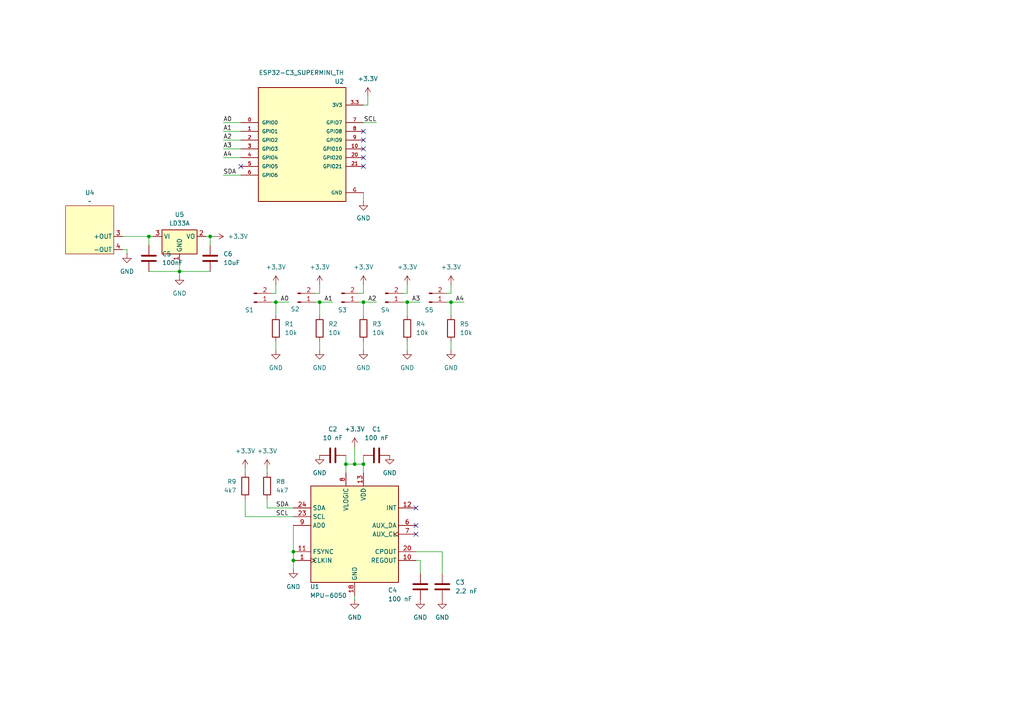
<source format=kicad_sch>
(kicad_sch (version 20250114) (generator "eeschema") (generator_version "9.0")
  (paper "A4")
  (lib_symbols
    (symbol "Connector:Conn_01x02_Pin" (pin_names (offset 1.016) (hide yes))
      (property "Reference" "J" (at 0 2.54 0))
      (property "Value" "Conn_01x02_Pin" (at 0 -5.08 0))
      (symbol "Conn_01x02_Pin_1_1"
        (rectangle (start 0.8636 0.127) (end 0 -0.127) (stroke (width 0.1524)) (fill (type outline)))
        (rectangle (start 0.8636 -2.413) (end 0 -2.667) (stroke (width 0.1524)) (fill (type outline)))
        (polyline (pts (xy 1.27 0) (xy 0.8636 0)) (stroke (width 0.1524)))
        (polyline (pts (xy 1.27 -2.54) (xy 0.8636 -2.54)) (stroke (width 0.1524)))
        (pin passive line (at 5.08 0 180) (length 3.81) (name "Pin_1") (number "1"))
        (pin passive line (at 5.08 -2.54 180) (length 3.81) (name "Pin_2") (number "2"))
      )
    )
    (symbol "Device:C" (pin_numbers (hide yes)) (pin_names (offset 0.254))
      (property "Reference" "C" (at 0.635 2.54 0))
      (property "Value" "C" (at 0.635 -2.54 0))
      (symbol "C_0_1"
        (polyline (pts (xy -2.032 0.762) (xy 2.032 0.762)) (stroke (width 0.508)))
        (polyline (pts (xy -2.032 -0.762) (xy 2.032 -0.762)) (stroke (width 0.508)))
      )
      (symbol "C_1_1"
        (pin passive line (at 0 3.81 270) (length 2.794) (name "~") (number "1"))
        (pin passive line (at 0 -3.81 90) (length 2.794) (name "~") (number "2"))
      )
    )
    (symbol "Device:R" (pin_numbers (hide yes)) (pin_names (offset 0))
      (property "Reference" "R" (at 2.032 0 90))
      (property "Value" "R" (at 0 0 90))
      (symbol "R_0_1"
        (rectangle (start -1.016 -2.54) (end 1.016 2.54) (stroke (width 0.254)))
      )
      (symbol "R_1_1"
        (pin passive line (at 0 3.81 270) (length 1.27) (name "~") (number "1"))
        (pin passive line (at 0 -3.81 90) (length 1.27) (name "~") (number "2"))
      )
    )
    (symbol "ESP32-C3_SUPERMINI_TH:ESP32-C3_SUPERMINI_TH" (pin_names (offset 1.016))
      (property "Reference" "U2" (at -1.2701 16.51 90))
      (property "Value" "ESP32-C3_SUPERMINI_TH" (at 1.2699 16.51 90))
      (symbol "ESP32-C3_SUPERMINI_TH_0_0"
        (rectangle (start -12.7 -17.78) (end 12.7 15.24) (stroke (width 0.254)) (fill (type background)))
        (pin bidirectional line (at -17.78 5.08 0) (length 5.08) (name "GPIO0") (number "0"))
        (pin bidirectional line (at -17.78 2.54 0) (length 5.08) (name "GPIO1") (number "1"))
        (pin bidirectional line (at -17.78 0 0) (length 5.08) (name "GPIO2") (number "2"))
        (pin bidirectional line (at -17.78 -2.54 0) (length 5.08) (name "GPIO3") (number "3"))
        (pin bidirectional line (at -17.78 -5.08 0) (length 5.08) (name "GPIO4") (number "4"))
        (pin bidirectional line (at -17.78 -7.62 0) (length 5.08) (name "GPIO5") (number "5"))
        (pin bidirectional line (at -17.78 -10.16 0) (length 5.08) (name "GPIO6") (number "6"))
        (pin power_in line (at 17.78 10.16 180) (length 5.08) (name "3V3") (number "3.3"))
        (pin bidirectional line (at 17.78 5.08 180) (length 5.08) (name "GPIO7") (number "7"))
        (pin bidirectional line (at 17.78 2.54 180) (length 5.08) (name "GPIO8") (number "8"))
        (pin bidirectional line (at 17.78 0 180) (length 5.08) (name "GPIO9") (number "9"))
        (pin bidirectional line (at 17.78 -2.54 180) (length 5.08) (name "GPIO10") (number "10"))
        (pin bidirectional line (at 17.78 -5.08 180) (length 5.08) (name "GPIO20") (number "20"))
        (pin bidirectional line (at 17.78 -7.62 180) (length 5.08) (name "GPIO21") (number "21"))
        (pin power_in line (at 17.78 -15.24 180) (length 5.08) (name "GND") (number "G"))
      )
    )
    (symbol "Regulator_Linear:LD1117S12TR_SOT223"
      (property "Reference" "U" (at -3.81 3.175 0))
      (property "Value" "LD1117S12TR_SOT223" (at 0 3.175 0))
      (symbol "LD1117S12TR_SOT223_0_1"
        (rectangle (start -5.08 -5.08) (end 5.08 1.905) (stroke (width 0.254)) (fill (type background)))
      )
      (symbol "LD1117S12TR_SOT223_1_1"
        (pin power_in line (at -7.62 0 0) (length 2.54) (name "VI") (number "3"))
        (pin power_in line (at 0 -7.62 90) (length 2.54) (name "GND") (number "1"))
        (pin power_out line (at 7.62 0 180) (length 2.54) (name "VO") (number "2"))
      )
    )
    (symbol "Sensor_Motion:MPU-6050"
      (property "Reference" "U" (at -11.43 13.97 0))
      (property "Value" "MPU-6050" (at 7.62 -15.24 0))
      (symbol "MPU-6050_0_0"
        (text "" (at 12.7 -2.54 0) (effects (font (size 1.27 1.27))))
      )
      (symbol "MPU-6050_0_1"
        (rectangle (start -12.7 13.97) (end 12.7 -13.97) (stroke (width 0.254)) (fill (type background)))
      )
      (symbol "MPU-6050_1_1"
        (pin bidirectional line (at -17.78 7.62 0) (length 5.08) (name "SDA") (number "24"))
        (pin input line (at -17.78 5.08 0) (length 5.08) (name "SCL") (number "23"))
        (pin input line (at -17.78 2.54 0) (length 5.08) (name "AD0") (number "9"))
        (pin input line (at -17.78 -5.08 0) (length 5.08) (name "FSYNC") (number "11"))
        (pin input clock (at -17.78 -7.62 0) (length 5.08) (name "CLKIN") (number "1"))
        (pin no_connect line (at -12.7 12.7 0) (length 2.54) (hide yes) (name "NC") (number "2"))
        (pin no_connect line (at -12.7 10.16 0) (length 2.54) (hide yes) (name "NC") (number "3"))
        (pin no_connect line (at -12.7 0 0) (length 2.54) (hide yes) (name "NC") (number "4"))
        (pin no_connect line (at -12.7 -2.54 0) (length 2.54) (hide yes) (name "NC") (number "5"))
        (pin no_connect line (at -12.7 -10.16 0) (length 2.54) (hide yes) (name "NC") (number "14"))
        (pin power_in line (at -2.54 17.78 270) (length 3.81) (name "VLOGIC") (number "8"))
        (pin power_in line (at 0 -17.78 90) (length 3.81) (name "GND") (number "18"))
        (pin power_in line (at 2.54 17.78 270) (length 3.81) (name "VDD") (number "13"))
        (pin no_connect line (at 12.7 12.7 180) (length 2.54) (hide yes) (name "NC") (number "15"))
        (pin no_connect line (at 12.7 10.16 180) (length 2.54) (hide yes) (name "NC") (number "16"))
        (pin no_connect line (at 12.7 5.08 180) (length 2.54) (hide yes) (name "NC") (number "17"))
        (pin no_connect line (at 12.7 -2.54 180) (length 2.54) (hide yes) (name "RESV") (number "21"))
        (pin no_connect line (at 12.7 -10.16 180) (length 2.54) (hide yes) (name "RESV") (number "19"))
        (pin no_connect line (at 12.7 -12.7 180) (length 2.54) (hide yes) (name "RESV") (number "22"))
        (pin output line (at 17.78 7.62 180) (length 5.08) (name "INT") (number "12"))
        (pin bidirectional line (at 17.78 2.54 180) (length 5.08) (name "AUX_DA") (number "6"))
        (pin output clock (at 17.78 0 180) (length 5.08) (name "AUX_CL") (number "7"))
        (pin passive line (at 17.78 -5.08 180) (length 5.08) (name "CPOUT") (number "20"))
        (pin passive line (at 17.78 -7.62 180) (length 5.08) (name "REGOUT") (number "10"))
      )
    )
    (symbol "SimbolosKiCad_sym:TP4056"
      (property "Reference" "U" (at 2.032 -4.826 0))
      (symbol "TP4056_1_1"
        (rectangle (start -5.08 2.54) (end 8.89 -11.43) (fill (type color) (color 255 255 194 1)))
        (pin power_out line (at -7.62 -6.35 0) (length 2.54) (name "+OUT") (number "3"))
        (pin power_out line (at -7.62 -10.16 0) (length 2.54) (name "-OUT") (number "4"))
      )
    )
    (symbol "power:+3.3V" (power) (pin_numbers (hide yes)) (pin_names (offset 0) (hide yes))
      (property "Value" "+3.3V" (at 0 3.556 0))
      (symbol "+3.3V_0_1"
        (polyline (pts (xy -0.762 1.27) (xy 0 2.54)))
        (polyline (pts (xy 0 2.54) (xy 0.762 1.27)))
        (polyline (pts (xy 0 0) (xy 0 2.54)))
      )
      (symbol "+3.3V_1_1"
        (pin power_in line (at 0 0 90) (length 0) (name "~") (number "1"))
      )
    )
    (symbol "power:GND" (power) (pin_numbers (hide yes)) (pin_names (offset 0) (hide yes))
      (property "Value" "GND" (at 0 -3.81 0))
      (symbol "GND_0_1"
        (polyline (pts (xy 0 0) (xy 0 -1.27) (xy 1.27 -1.27) (xy 0 -2.54) (xy -1.27 -1.27) (xy 0 -1.27)))
      )
      (symbol "GND_1_1"
        (pin power_in line (at 0 0 270) (length 0) (name "~") (number "1"))
      )
    )
  )
  (junction (at 85.09 160.02))
  (junction (at 52.07 78.74))
  (junction (at 80.01 87.63))
  (junction (at 118.11 87.63))
  (junction (at 60.96 68.58))
  (junction (at 85.09 162.56))
  (junction (at 100.33 134.62))
  (junction (at 105.41 87.63))
  (junction (at 102.87 134.62))
  (junction (at 92.71 87.63))
  (junction (at 43.18 68.58))
  (junction (at 105.41 134.62))
  (junction (at 130.81 87.63))
  (no_connect (at 105.41 48.26))
  (no_connect (at 105.41 43.18))
  (no_connect (at 120.65 147.32))
  (no_connect (at 120.65 154.94))
  (no_connect (at 105.41 45.72))
  (no_connect (at 105.41 40.64))
  (no_connect (at 120.65 152.4))
  (no_connect (at 105.41 38.1))
  (no_connect (at 69.85 48.26))
  (wire (pts (xy 102.87 134.62) (xy 105.41 134.62)))
  (wire (pts (xy 71.12 135.89) (xy 71.12 137.16)))
  (wire (pts (xy 77.47 147.32) (xy 85.09 147.32)))
  (wire (pts (xy 102.87 129.54) (xy 102.87 134.62)))
  (wire (pts (xy 85.09 160.02) (xy 85.09 162.56)))
  (wire (pts (xy 120.65 160.02) (xy 128.27 160.02)))
  (wire (pts (xy 44.45 68.58) (xy 43.18 68.58)))
  (wire (pts (xy 118.11 87.63) (xy 116.84 87.63)))
  (wire (pts (xy 105.41 87.63) (xy 105.41 91.44)))
  (wire (pts (xy 105.41 58.42) (xy 105.41 55.88)))
  (wire (pts (xy 43.18 68.58) (xy 43.18 71.12)))
  (wire (pts (xy 77.47 144.78) (xy 77.47 147.32)))
  (wire (pts (xy 118.11 85.09) (xy 118.11 82.55)))
  (wire (pts (xy 121.92 162.56) (xy 121.92 166.37)))
  (wire (pts (xy 52.07 76.2) (xy 52.07 78.74)))
  (wire (pts (xy 91.44 87.63) (xy 92.71 87.63)))
  (wire (pts (xy 130.81 87.63) (xy 130.81 91.44)))
  (wire (pts (xy 64.77 50.8) (xy 69.85 50.8)))
  (wire (pts (xy 62.23 68.58) (xy 60.96 68.58)))
  (wire (pts (xy 80.01 87.63) (xy 83.82 87.63)))
  (wire (pts (xy 64.77 43.18) (xy 69.85 43.18)))
  (wire (pts (xy 64.77 45.72) (xy 69.85 45.72)))
  (wire (pts (xy 64.77 35.56) (xy 69.85 35.56)))
  (wire (pts (xy 130.81 87.63) (xy 134.62 87.63)))
  (wire (pts (xy 64.77 40.64) (xy 69.85 40.64)))
  (wire (pts (xy 120.65 162.56) (xy 121.92 162.56)))
  (wire (pts (xy 64.77 38.1) (xy 69.85 38.1)))
  (wire (pts (xy 118.11 99.06) (xy 118.11 101.6)))
  (wire (pts (xy 92.71 87.63) (xy 92.71 91.44)))
  (wire (pts (xy 105.41 134.62) (xy 105.41 137.16)))
  (wire (pts (xy 35.56 68.58) (xy 43.18 68.58)))
  (wire (pts (xy 52.07 78.74) (xy 60.96 78.74)))
  (wire (pts (xy 60.96 68.58) (xy 60.96 71.12)))
  (wire (pts (xy 52.07 78.74) (xy 52.07 80.01)))
  (wire (pts (xy 129.54 87.63) (xy 130.81 87.63)))
  (wire (pts (xy 71.12 149.86) (xy 85.09 149.86)))
  (wire (pts (xy 105.41 85.09) (xy 105.41 82.55)))
  (wire (pts (xy 105.41 35.56) (xy 109.22 35.56)))
  (wire (pts (xy 80.01 85.09) (xy 78.74 85.09)))
  (wire (pts (xy 100.33 134.62) (xy 102.87 134.62)))
  (wire (pts (xy 105.41 30.48) (xy 106.68 30.48)))
  (wire (pts (xy 118.11 91.44) (xy 118.11 87.63)))
  (wire (pts (xy 91.44 85.09) (xy 92.71 85.09)))
  (wire (pts (xy 80.01 82.55) (xy 80.01 85.09)))
  (wire (pts (xy 116.84 85.09) (xy 118.11 85.09)))
  (wire (pts (xy 128.27 166.37) (xy 128.27 160.02)))
  (wire (pts (xy 106.68 27.94) (xy 106.68 30.48)))
  (wire (pts (xy 92.71 99.06) (xy 92.71 101.6)))
  (wire (pts (xy 71.12 144.78) (xy 71.12 149.86)))
  (wire (pts (xy 104.14 87.63) (xy 105.41 87.63)))
  (wire (pts (xy 104.14 85.09) (xy 105.41 85.09)))
  (wire (pts (xy 85.09 152.4) (xy 85.09 160.02)))
  (wire (pts (xy 92.71 87.63) (xy 96.52 87.63)))
  (wire (pts (xy 36.83 73.66) (xy 36.83 72.39)))
  (wire (pts (xy 105.41 99.06) (xy 105.41 101.6)))
  (wire (pts (xy 130.81 85.09) (xy 130.81 82.55)))
  (wire (pts (xy 102.87 172.72) (xy 102.87 173.99)))
  (wire (pts (xy 43.18 78.74) (xy 52.07 78.74)))
  (wire (pts (xy 100.33 134.62) (xy 100.33 137.16)))
  (wire (pts (xy 105.41 132.08) (xy 105.41 134.62)))
  (wire (pts (xy 92.71 85.09) (xy 92.71 82.55)))
  (wire (pts (xy 129.54 85.09) (xy 130.81 85.09)))
  (wire (pts (xy 80.01 99.06) (xy 80.01 101.6)))
  (wire (pts (xy 100.33 132.08) (xy 100.33 134.62)))
  (wire (pts (xy 60.96 68.58) (xy 59.69 68.58)))
  (wire (pts (xy 80.01 87.63) (xy 80.01 91.44)))
  (wire (pts (xy 130.81 99.06) (xy 130.81 101.6)))
  (wire (pts (xy 105.41 87.63) (xy 109.22 87.63)))
  (wire (pts (xy 118.11 87.63) (xy 121.92 87.63)))
  (wire (pts (xy 85.09 165.1) (xy 85.09 162.56)))
  (wire (pts (xy 77.47 135.89) (xy 77.47 137.16)))
  (wire (pts (xy 78.74 87.63) (xy 80.01 87.63)))
  (wire (pts (xy 36.83 72.39) (xy 35.56 72.39)))
  (label "A2" (at 109.22 87.63 180))
  (label "SCL" (at 109.22 35.56 180))
  (label "SCL" (at 80.01 149.86 0))
  (label "A3" (at 121.92 87.63 180))
  (label "A3" (at 64.77 43.18 0))
  (label "SDA" (at 80.01 147.32 0))
  (label "SDA" (at 64.77 50.8 0))
  (label "A1" (at 96.52 87.63 180))
  (label "A0" (at 83.82 87.63 180))
  (label "A4" (at 134.62 87.63 180))
  (label "A0" (at 64.77 35.56 0))
  (label "A1" (at 64.77 38.1 0))
  (label "A4" (at 64.77 45.72 0))
  (label "A2" (at 64.77 40.64 0))
  (symbol (lib_id "Device:C") (at 128.27 170.18 0) (unit 1)
    (property "Reference" "C3" (at 132.08 168.9099 0) (effects (justify left)))
    (property "Value" "2.2 nF" (at 132.08 171.4499 0) (effects (justify left)))
    (property "Footprint" "Capacitor_SMD:C_0805_2012Metric" (effects (hide yes)))
    (property "Description" "Unpolarized capacitor" (effects (hide yes)))
  )
  (symbol (lib_id "power:GND") (at 102.87 173.99 0) (unit 1)
    (property "Reference" "#PWR05" (effects (hide yes)))
    (property "Value" "GND" (at 102.87 179.07 0))
    (property "Description" "Power symbol creates a global label with name \"GND\" , ground" (effects (hide yes)))
  )
  (symbol (lib_id "Device:R") (at 130.81 95.25 0) (unit 1)
    (property "Reference" "R5" (at 133.35 93.9799 0) (effects (justify left)))
    (property "Value" "10k" (at 133.35 96.5199 0) (effects (justify left)))
    (property "Footprint" "Resistor_SMD:R_0805_2012Metric" (effects (hide yes)))
    (property "Description" "Resistor" (effects (hide yes)))
  )
  (symbol (lib_id "power:GND") (at 105.41 101.6 0) (unit 1)
    (property "Reference" "#PWR024" (effects (hide yes)))
    (property "Value" "GND" (at 105.41 106.68 0))
    (property "Description" "Power symbol creates a global label with name \"GND\" , ground" (effects (hide yes)))
  )
  (symbol (lib_id "power:GND") (at 121.92 173.99 0) (unit 1)
    (property "Reference" "#PWR010" (effects (hide yes)))
    (property "Value" "GND" (at 121.92 179.07 0))
    (property "Description" "Power symbol creates a global label with name \"GND\" , ground" (effects (hide yes)))
  )
  (symbol (lib_id "Device:R") (at 92.71 95.25 0) (unit 1)
    (property "Reference" "R2" (at 95.25 93.9799 0) (effects (justify left)))
    (property "Value" "10k" (at 95.25 96.5199 0) (effects (justify left)))
    (property "Footprint" "Resistor_SMD:R_0805_2012Metric" (effects (hide yes)))
    (property "Description" "Resistor" (effects (hide yes)))
  )
  (symbol (lib_id "Device:R") (at 105.41 95.25 0) (unit 1)
    (property "Reference" "R3" (at 107.95 93.9799 0) (effects (justify left)))
    (property "Value" "10k" (at 107.95 96.5199 0) (effects (justify left)))
    (property "Footprint" "Resistor_SMD:R_0805_2012Metric" (effects (hide yes)))
    (property "Description" "Resistor" (effects (hide yes)))
  )
  (symbol (lib_id "power:+3.3V") (at 102.87 129.54 0) (unit 1)
    (property "Reference" "#PWR014" (effects (hide yes)))
    (property "Value" "+3.3V" (at 102.87 124.46 0))
    (property "Description" "Power symbol creates a global label with name \"+3.3V\"" (effects (hide yes)))
  )
  (symbol (lib_id "Device:R") (at 71.12 140.97 0) (mirror x) (unit 1)
    (property "Reference" "R9" (at 68.58 139.6999 0) (effects (justify right)))
    (property "Value" "4k7" (at 68.58 142.2399 0) (effects (justify right)))
    (property "Footprint" "Resistor_SMD:R_0805_2012Metric" (effects (hide yes)))
    (property "Description" "Resistor" (effects (hide yes)))
  )
  (symbol (lib_id "power:GND") (at 92.71 132.08 0) (unit 1)
    (property "Reference" "#PWR06" (effects (hide yes)))
    (property "Value" "GND" (at 92.71 137.16 0))
    (property "Description" "Power symbol creates a global label with name \"GND\" , ground" (effects (hide yes)))
  )
  (symbol (lib_id "power:GND") (at 92.71 101.6 0) (unit 1)
    (property "Reference" "#PWR023" (effects (hide yes)))
    (property "Value" "GND" (at 92.71 106.68 0))
    (property "Description" "Power symbol creates a global label with name \"GND\" , ground" (effects (hide yes)))
  )
  (symbol (lib_id "Device:C") (at 121.92 170.18 0) (unit 1)
    (property "Reference" "C4" (at 112.522 171.196 0) (effects (justify left)))
    (property "Value" "100 nF" (at 112.522 173.736 0) (effects (justify left)))
    (property "Footprint" "Capacitor_SMD:C_0805_2012Metric" (effects (hide yes)))
    (property "Description" "Unpolarized capacitor" (effects (hide yes)))
  )
  (symbol (lib_id "Device:R") (at 118.11 95.25 0) (unit 1)
    (property "Reference" "R4" (at 120.65 93.9799 0) (effects (justify left)))
    (property "Value" "10k" (at 120.65 96.5199 0) (effects (justify left)))
    (property "Footprint" "Resistor_SMD:R_0805_2012Metric" (effects (hide yes)))
    (property "Description" "Resistor" (effects (hide yes)))
  )
  (symbol (lib_id "Connector:Conn_01x02_Pin") (at 124.46 87.63 0) (mirror x) (unit 1)
    (property "Reference" "S5" (at 124.46 89.916 0))
    (property "Value" "SF 5" (effects (hide yes)))
    (property "Footprint" "Connector_PinHeader_2.54mm:PinHeader_1x02_P2.54mm_Vertical" (effects (hide yes)))
    (property "Description" "Generic connector, single row, 01x02, script generated" (effects (hide yes)))
  )
  (symbol (lib_id "power:GND") (at 36.83 73.66 0) (mirror y) (unit 1)
    (property "Reference" "#PWR011" (effects (hide yes)))
    (property "Value" "GND" (at 36.83 78.74 0))
    (property "Description" "Power symbol creates a global label with name \"GND\" , ground" (effects (hide yes)))
  )
  (symbol (lib_id "power:GND") (at 52.07 80.01 0) (mirror y) (unit 1)
    (property "Reference" "#PWR017" (effects (hide yes)))
    (property "Value" "GND" (at 52.07 85.09 0))
    (property "Description" "Power symbol creates a global label with name \"GND\" , ground" (effects (hide yes)))
  )
  (symbol (lib_id "power:+3.3V") (at 80.01 82.55 0) (unit 1)
    (property "Reference" "#PWR04" (effects (hide yes)))
    (property "Value" "+3.3V" (at 80.01 77.47 0))
    (property "Description" "Power symbol creates a global label with name \"+3.3V\"" (effects (hide yes)))
  )
  (symbol (lib_id "Connector:Conn_01x02_Pin") (at 73.66 87.63 0) (mirror x) (unit 1)
    (property "Reference" "S1" (at 73.66 89.916 0) (effects (justify right)))
    (property "Value" "SF 1" (effects (hide yes)))
    (property "Footprint" "Connector_PinHeader_2.54mm:PinHeader_1x02_P2.54mm_Vertical" (effects (hide yes)))
    (property "Description" "Generic connector, single row, 01x02, script generated" (effects (hide yes)))
  )
  (symbol (lib_id "ESP32-C3_SUPERMINI_TH:ESP32-C3_SUPERMINI_TH") (at 87.63 40.64 0) (unit 1)
    (property "Reference" "U2" (at 99.822 23.622 0) (effects (justify right)))
    (property "Value" "ESP32-C3_SUPERMINI_TH" (at 99.822 21.082 0) (effects (justify right)))
    (property "Footprint" "esp32-huella:MODULE_ESP32-C3_SUPERMINI_TH" (effects (hide yes)))
    (property "MF" "Espressif Systems" (effects (hide yes)))
    (property "Description_1" "\\n                        \\n                            Super tiny ESP32-C3 board\\n                        \\n" (effects (hide yes)))
    (property "CREATOR" "DIZAR" (effects (hide yes)))
    (property "Price" "None" (effects (hide yes)))
    (property "Package" "Package" (effects (hide yes)))
    (property "Check_prices" "https://www.snapeda.com/parts/ESP32-C3%20SuperMini_TH/Espressif+Systems/view-part/?ref=eda" (effects (hide yes)))
    (property "STANDARD" "IPC-7351B" (effects (hide yes)))
    (property "SnapEDA_Link" "https://www.snapeda.com/parts/ESP32-C3%20SuperMini_TH/Espressif+Systems/view-part/?ref=snap" (effects (hide yes)))
    (property "MP" "ESP32-C3 SuperMini_TH" (effects (hide yes)))
    (property "Availability" "Not in stock" (effects (hide yes)))
    (property "MANUFACTURER" "Espressif Systems" (effects (hide yes)))
  )
  (symbol (lib_id "power:+3.3V") (at 62.23 68.58 270) (unit 1)
    (property "Reference" "#PWR018" (effects (hide yes)))
    (property "Value" "+3.3V" (at 66.04 68.5799 90) (effects (justify left)))
    (property "Description" "Power symbol creates a global label with name \"+3.3V\"" (effects (hide yes)))
  )
  (symbol (lib_id "Regulator_Linear:LD1117S12TR_SOT223") (at 52.07 68.58 0) (unit 1)
    (property "Reference" "U5" (at 52.07 62.23 0))
    (property "Value" "LD33A" (at 52.07 64.77 0))
    (property "Footprint" "Package_TO_SOT_SMD:SOT-223-3_TabPin2" (effects (hide yes)))
    (property "Datasheet" "http://www.st.com/st-web-ui/static/active/en/resource/technical/document/datasheet/CD00000544.pdf" (effects (hide yes)))
    (property "Description" "800mA Fixed Low Drop Positive Voltage Regulator, Fixed Output 1.2V, SOT-223" (effects (hide yes)))
  )
  (symbol (lib_id "power:GND") (at 80.01 101.6 0) (unit 1)
    (property "Reference" "#PWR012" (effects (hide yes)))
    (property "Value" "GND" (at 80.01 106.68 0))
    (property "Description" "Power symbol creates a global label with name \"GND\" , ground" (effects (hide yes)))
  )
  (symbol (lib_id "power:GND") (at 128.27 173.99 0) (unit 1)
    (property "Reference" "#PWR02" (effects (hide yes)))
    (property "Value" "GND" (at 128.27 179.07 0))
    (property "Description" "Power symbol creates a global label with name \"GND\" , ground" (effects (hide yes)))
  )
  (symbol (lib_id "Connector:Conn_01x02_Pin") (at 86.36 87.63 0) (mirror x) (unit 1)
    (property "Reference" "S2" (at 85.598 89.662 0))
    (property "Value" "SF 2" (effects (hide yes)))
    (property "Footprint" "Connector_PinHeader_2.54mm:PinHeader_1x02_P2.54mm_Vertical" (effects (hide yes)))
    (property "Description" "Generic connector, single row, 01x02, script generated" (effects (hide yes)))
  )
  (symbol (lib_id "power:+3.3V") (at 106.68 27.94 0) (unit 1)
    (property "Reference" "#PWR01" (effects (hide yes)))
    (property "Value" "+3.3V" (at 106.68 22.86 0))
    (property "Description" "Power symbol creates a global label with name \"+3.3V\"" (effects (hide yes)))
  )
  (symbol (lib_id "SimbolosKiCad_sym:TP4056") (at 27.94 62.23 0) (mirror y) (unit 1)
    (property "Reference" "U4" (at 26.035 55.88 0))
    (property "Value" "~" (at 26.035 58.42 0))
    (property "Footprint" "Footprint KiCad:TP4056_NEW" (effects (hide yes)))
  )
  (symbol (lib_id "power:GND") (at 85.09 165.1 0) (unit 1)
    (property "Reference" "#PWR013" (effects (hide yes)))
    (property "Value" "GND" (at 85.09 170.18 0))
    (property "Description" "Power symbol creates a global label with name \"GND\" , ground" (effects (hide yes)))
  )
  (symbol (lib_id "Device:C") (at 60.96 74.93 0) (unit 1)
    (property "Reference" "C6" (at 64.77 73.6599 0) (effects (justify left)))
    (property "Value" "10uF" (at 64.77 76.1999 0) (effects (justify left)))
    (property "Footprint" "Capacitor_SMD:C_0805_2012Metric" (effects (hide yes)))
    (property "Description" "Unpolarized capacitor" (effects (hide yes)))
  )
  (symbol (lib_id "Device:C") (at 109.22 132.08 90) (unit 1)
    (property "Reference" "C1" (at 109.22 124.46 90))
    (property "Value" "100 nF" (at 109.22 127 90))
    (property "Footprint" "Capacitor_SMD:C_0805_2012Metric" (effects (hide yes)))
    (property "Description" "Unpolarized capacitor" (effects (hide yes)))
  )
  (symbol (lib_id "power:+3.3V") (at 118.11 82.55 0) (unit 1)
    (property "Reference" "#PWR021" (effects (hide yes)))
    (property "Value" "+3.3V" (at 118.11 77.47 0))
    (property "Description" "Power symbol creates a global label with name \"+3.3V\"" (effects (hide yes)))
  )
  (symbol (lib_id "Device:R") (at 77.47 140.97 180) (unit 1)
    (property "Reference" "R8" (at 80.01 139.6999 0) (effects (justify right)))
    (property "Value" "4k7" (at 80.01 142.2399 0) (effects (justify right)))
    (property "Footprint" "Resistor_SMD:R_0805_2012Metric" (effects (hide yes)))
    (property "Description" "Resistor" (effects (hide yes)))
  )
  (symbol (lib_id "Connector:Conn_01x02_Pin") (at 99.06 87.63 0) (mirror x) (unit 1)
    (property "Reference" "S3" (at 99.314 89.916 0))
    (property "Value" "SF 3" (effects (hide yes)))
    (property "Footprint" "Connector_PinHeader_2.54mm:PinHeader_1x02_P2.54mm_Vertical" (effects (hide yes)))
    (property "Description" "Generic connector, single row, 01x02, script generated" (effects (hide yes)))
  )
  (symbol (lib_id "power:+3.3V") (at 71.12 135.89 0) (unit 1)
    (property "Reference" "#PWR015" (effects (hide yes)))
    (property "Value" "+3.3V" (at 71.12 130.81 0))
    (property "Description" "Power symbol creates a global label with name \"+3.3V\"" (effects (hide yes)))
  )
  (symbol (lib_id "power:GND") (at 113.03 132.08 0) (unit 1)
    (property "Reference" "#PWR07" (effects (hide yes)))
    (property "Value" "GND" (at 113.03 137.16 0))
    (property "Description" "Power symbol creates a global label with name \"GND\" , ground" (effects (hide yes)))
  )
  (symbol (lib_id "power:+3.3V") (at 105.41 82.55 0) (unit 1)
    (property "Reference" "#PWR020" (effects (hide yes)))
    (property "Value" "+3.3V" (at 105.41 77.47 0))
    (property "Description" "Power symbol creates a global label with name \"+3.3V\"" (effects (hide yes)))
  )
  (symbol (lib_id "power:GND") (at 118.11 101.6 0) (unit 1)
    (property "Reference" "#PWR025" (effects (hide yes)))
    (property "Value" "GND" (at 118.11 106.68 0))
    (property "Description" "Power symbol creates a global label with name \"GND\" , ground" (effects (hide yes)))
  )
  (symbol (lib_id "power:GND") (at 105.41 58.42 0) (unit 1)
    (property "Reference" "#PWR03" (effects (hide yes)))
    (property "Value" "GND" (at 103.378 63.246 0) (effects (justify left)))
    (property "Description" "Power symbol creates a global label with name \"GND\" , ground" (effects (hide yes)))
  )
  (symbol (lib_id "Connector:Conn_01x02_Pin") (at 111.76 87.63 0) (mirror x) (unit 1)
    (property "Reference" "S4" (at 111.76 89.916 0))
    (property "Value" "SF 4" (effects (hide yes)))
    (property "Footprint" "Connector_PinHeader_2.54mm:PinHeader_1x02_P2.54mm_Vertical" (effects (hide yes)))
    (property "Description" "Generic connector, single row, 01x02, script generated" (effects (hide yes)))
  )
  (symbol (lib_id "Device:C") (at 43.18 74.93 0) (unit 1)
    (property "Reference" "C5" (at 46.99 73.6599 0) (effects (justify left)))
    (property "Value" "100nF" (at 46.99 76.1999 0) (effects (justify left)))
    (property "Footprint" "Capacitor_SMD:C_0805_2012Metric" (effects (hide yes)))
    (property "Description" "Unpolarized capacitor" (effects (hide yes)))
  )
  (symbol (lib_id "power:+3.3V") (at 77.47 135.89 0) (unit 1)
    (property "Reference" "#PWR016" (effects (hide yes)))
    (property "Value" "+3.3V" (at 77.47 130.81 0))
    (property "Description" "Power symbol creates a global label with name \"+3.3V\"" (effects (hide yes)))
  )
  (symbol (lib_id "Device:R") (at 80.01 95.25 0) (unit 1)
    (property "Reference" "R1" (at 82.55 93.9799 0) (effects (justify left)))
    (property "Value" "10k" (at 82.55 96.5199 0) (effects (justify left)))
    (property "Footprint" "Resistor_SMD:R_0805_2012Metric" (effects (hide yes)))
    (property "Description" "Resistor" (effects (hide yes)))
  )
  (symbol (lib_id "Sensor_Motion:MPU-6050") (at 102.87 154.94 0) (unit 1)
    (property "Reference" "U1" (at 89.916 170.18 0) (effects (justify left)))
    (property "Value" "MPU-6050" (at 89.916 172.72 0) (effects (justify left)))
    (property "Footprint" "Sensor_Motion:InvenSense_QFN-24_4x4mm_P0.5mm" (effects (hide yes)))
    (property "Datasheet" "https://invensense.tdk.com/wp-content/uploads/2015/02/MPU-6000-Datasheet1.pdf" (effects (hide yes)))
    (property "Description" "InvenSense 6-Axis Motion Sensor, Gyroscope, Accelerometer, I2C" (effects (hide yes)))
  )
  (symbol (lib_id "Device:C") (at 96.52 132.08 90) (unit 1)
    (property "Reference" "C2" (at 96.52 124.46 90))
    (property "Value" "10 nF" (at 96.52 127 90))
    (property "Footprint" "Capacitor_SMD:C_0805_2012Metric" (effects (hide yes)))
    (property "Description" "Unpolarized capacitor" (effects (hide yes)))
  )
  (symbol (lib_id "power:GND") (at 130.81 101.6 0) (unit 1)
    (property "Reference" "#PWR026" (effects (hide yes)))
    (property "Value" "GND" (at 130.81 106.68 0))
    (property "Description" "Power symbol creates a global label with name \"GND\" , ground" (effects (hide yes)))
  )
  (symbol (lib_id "power:+3.3V") (at 130.81 82.55 0) (unit 1)
    (property "Reference" "#PWR022" (effects (hide yes)))
    (property "Value" "+3.3V" (at 130.81 77.47 0))
    (property "Description" "Power symbol creates a global label with name \"+3.3V\"" (effects (hide yes)))
  )
  (symbol (lib_id "power:+3.3V") (at 92.71 82.55 0) (unit 1)
    (property "Reference" "#PWR09" (effects (hide yes)))
    (property "Value" "+3.3V" (at 92.71 77.47 0))
    (property "Description" "Power symbol creates a global label with name \"+3.3V\"" (effects (hide yes)))
  )
)
</source>
